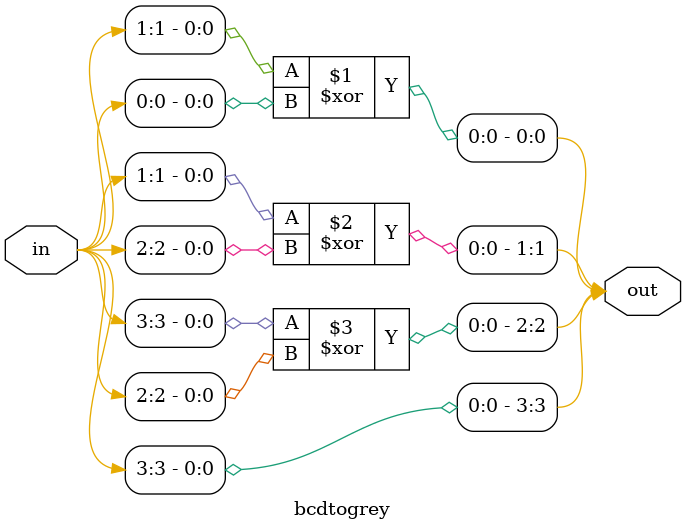
<source format=v>
module bcdtogrey(
	input [3:0] in,
	output [3:0] out);
	
	assign out[0] = in[1] ^ in[0];
	assign out[1] = in[1] ^ in[2];
	assign out[2] = in[3] ^ in[2];
	assign out[3] = in[3];
	
	
endmodule
</source>
